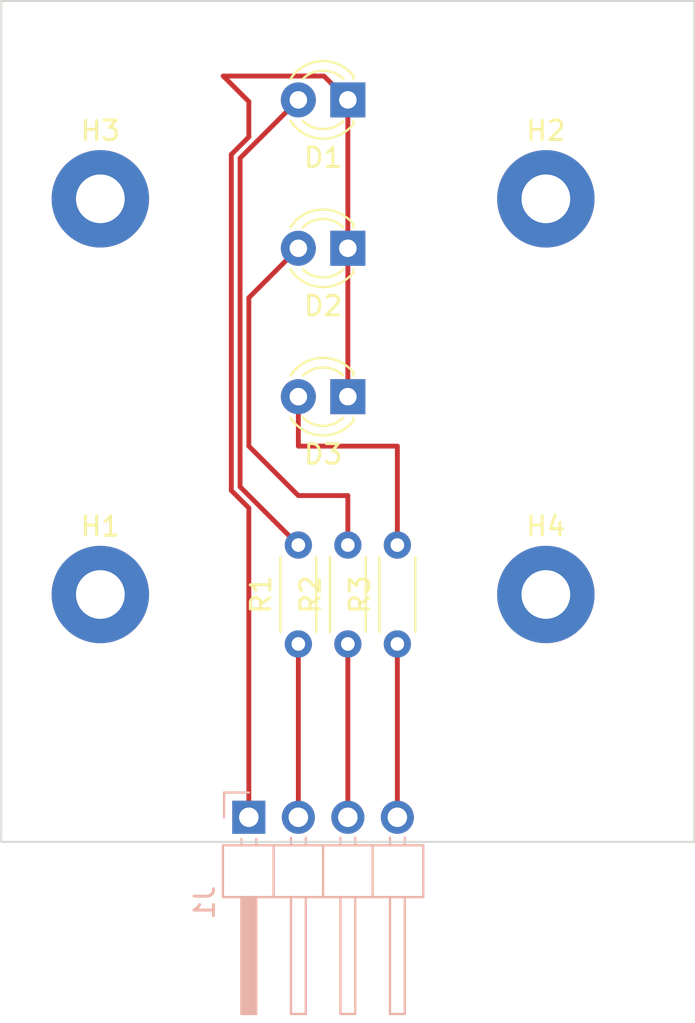
<source format=kicad_pcb>
(kicad_pcb (version 20221018) (generator pcbnew)
  (layers (0 "F.Cu" signal) (31 "B.Cu" signal) (34 "B.Paste" user) (35 "F.Paste" user) (36 "B.SilkS" user "B.Silkscreen") (37 "F.SilkS" user "F.Silkscreen") (38 "B.Mask" user) (39 "F.Mask" user) (44 "Edge.Cuts" user))
  (net 0 "")
  (net 1 "Net-(D1-K)")
  (net 2 "Net-(D1-A)")
  (net 3 "Net-(D2-A)")
  (net 4 "Net-(D3-A)")
  (net 5 "Net-(J1-Pin_2)")
  (net 6 "Net-(J1-Pin_3)")
  (net 7 "Net-(J1-Pin_4)")
  (footprint "MountingHole:MountingHole_2.5mm_Pad" (layer "F.Cu") (at 119.38 55.88)
    (fp_text reference "H3" (at 0 -3.5) (layer "F.SilkS"))
    (fp_text value "MountingHole")
    (pad "1" thru_hole circle (at 0 0) (size 5 5) (drill 2.5) (layers "*.Cu" "*.Mask"))
  )
  (footprint "MountingHole:MountingHole_2.5mm_Pad" (layer "F.Cu") (at 119.38 76.2)
    (fp_text reference "H1" (at 0 -3.5) (layer "F.SilkS"))
    (fp_text value "MountingHole")
    (pad "1" thru_hole circle (at 0 0) (size 5 5) (drill 2.5) (layers "*.Cu" "*.Mask"))
  )
  (footprint "MountingHole:MountingHole_2.5mm_Pad" (layer "F.Cu") (at 142.24 76.2)
    (fp_text reference "H4" (at 0 -3.5) (layer "F.SilkS"))
    (fp_text value "MountingHole")
    (pad "1" thru_hole circle (at 0 0) (size 5 5) (drill 2.5) (layers "*.Cu" "*.Mask"))
  )
  (footprint "LED_THT:LED_D3.0mm" (layer "F.Cu") (at 132.08 58.42 180)
    (fp_text reference "D2" (at 1.27 -2.96) (layer "F.SilkS"))
    (fp_text value "LED")
    (fp_line (start -0.29 -1.236) (end -0.29 -1.08) (stroke (width 0.12)) (layer "F.SilkS"))
    (fp_line (start -0.29 1.08) (end -0.29 1.236) (stroke (width 0.12)) (layer "F.SilkS"))
    (fp_arc (start -0.29 -1.235516) (mid 1.366487 -1.987659) (end 2.942335 -1.078608) (stroke (width 0.12)) (layer "F.SilkS"))
    (fp_arc (start 0.229039 -1.08) (mid 1.270117 -1.5) (end 2.31113 -1.079837) (stroke (width 0.12)) (layer "F.SilkS"))
    (fp_arc (start 2.31113 1.079837) (mid 1.270117 1.5) (end 0.229039 1.08) (stroke (width 0.12)) (layer "F.SilkS"))
    (fp_arc (start 2.942335 1.078608) (mid 1.366487 1.987659) (end -0.29 1.235516) (stroke (width 0.12)) (layer "F.SilkS"))
    (pad "1" thru_hole rect (at 0 0 180) (size 1.8 1.8) (drill 0.9) (layers "*.Cu" "*.Mask") (net 1 "Net-(D1-K)"))
    (pad "2" thru_hole circle (at 2.54 0 180) (size 1.8 1.8) (drill 0.9) (layers "*.Cu" "*.Mask") (net 3 "Net-(D2-A)"))
  )
  (footprint "LED_THT:LED_D3.0mm" (layer "F.Cu") (at 132.08 50.8 180)
    (fp_text reference "D1" (at 1.27 -2.96) (layer "F.SilkS"))
    (fp_text value "LED")
    (fp_line (start -0.29 -1.236) (end -0.29 -1.08) (stroke (width 0.12)) (layer "F.SilkS"))
    (fp_line (start -0.29 1.08) (end -0.29 1.236) (stroke (width 0.12)) (layer "F.SilkS"))
    (fp_arc (start -0.29 -1.235516) (mid 1.366487 -1.987659) (end 2.942335 -1.078608) (stroke (width 0.12)) (layer "F.SilkS"))
    (fp_arc (start 0.229039 -1.08) (mid 1.270117 -1.5) (end 2.31113 -1.079837) (stroke (width 0.12)) (layer "F.SilkS"))
    (fp_arc (start 2.31113 1.079837) (mid 1.270117 1.5) (end 0.229039 1.08) (stroke (width 0.12)) (layer "F.SilkS"))
    (fp_arc (start 2.942335 1.078608) (mid 1.366487 1.987659) (end -0.29 1.235516) (stroke (width 0.12)) (layer "F.SilkS"))
    (pad "1" thru_hole rect (at 0 0 180) (size 1.8 1.8) (drill 0.9) (layers "*.Cu" "*.Mask") (net 1 "Net-(D1-K)"))
    (pad "2" thru_hole circle (at 2.54 0 180) (size 1.8 1.8) (drill 0.9) (layers "*.Cu" "*.Mask") (net 2 "Net-(D1-A)"))
  )
  (footprint "Resistor_THT:R_Axial_DIN0204_L3.6mm_D1.6mm_P5.08mm_Horizontal" (layer "F.Cu") (at 134.62 78.74 90)
    (fp_text reference "R3" (at 2.54 -1.92 90) (layer "F.SilkS"))
    (fp_text value "R")
    (fp_line (start 0.62 -0.92) (end 4.46 -0.92) (stroke (width 0.12)) (layer "F.SilkS"))
    (fp_line (start 0.62 0.92) (end 4.46 0.92) (stroke (width 0.12)) (layer "F.SilkS"))
    (pad "1" thru_hole circle (at 0 0 90) (size 1.4 1.4) (drill 0.7) (layers "*.Cu" "*.Mask") (net 7 "Net-(J1-Pin_4)"))
    (pad "2" thru_hole oval (at 5.08 0 90) (size 1.4 1.4) (drill 0.7) (layers "*.Cu" "*.Mask") (net 4 "Net-(D3-A)"))
  )
  (footprint "Resistor_THT:R_Axial_DIN0204_L3.6mm_D1.6mm_P5.08mm_Horizontal" (layer "F.Cu") (at 132.08 78.74 90)
    (fp_text reference "R2" (at 2.54 -1.92 90) (layer "F.SilkS"))
    (fp_text value "R")
    (fp_line (start 0.62 -0.92) (end 4.46 -0.92) (stroke (width 0.12)) (layer "F.SilkS"))
    (fp_line (start 0.62 0.92) (end 4.46 0.92) (stroke (width 0.12)) (layer "F.SilkS"))
    (pad "1" thru_hole circle (at 0 0 90) (size 1.4 1.4) (drill 0.7) (layers "*.Cu" "*.Mask") (net 6 "Net-(J1-Pin_3)"))
    (pad "2" thru_hole oval (at 5.08 0 90) (size 1.4 1.4) (drill 0.7) (layers "*.Cu" "*.Mask") (net 3 "Net-(D2-A)"))
  )
  (footprint "MountingHole:MountingHole_2.5mm_Pad" (layer "F.Cu") (at 142.24 55.88)
    (fp_text reference "H2" (at 0 -3.5) (layer "F.SilkS"))
    (fp_text value "MountingHole")
    (pad "1" thru_hole circle (at 0 0) (size 5 5) (drill 2.5) (layers "*.Cu" "*.Mask"))
  )
  (footprint "LED_THT:LED_D3.0mm" (layer "F.Cu") (at 132.08 66.04 180)
    (fp_text reference "D3" (at 1.27 -2.96) (layer "F.SilkS"))
    (fp_text value "LED")
    (fp_line (start -0.29 -1.236) (end -0.29 -1.08) (stroke (width 0.12)) (layer "F.SilkS"))
    (fp_line (start -0.29 1.08) (end -0.29 1.236) (stroke (width 0.12)) (layer "F.SilkS"))
    (fp_arc (start -0.29 -1.235516) (mid 1.366487 -1.987659) (end 2.942335 -1.078608) (stroke (width 0.12)) (layer "F.SilkS"))
    (fp_arc (start 0.229039 -1.08) (mid 1.270117 -1.5) (end 2.31113 -1.079837) (stroke (width 0.12)) (layer "F.SilkS"))
    (fp_arc (start 2.31113 1.079837) (mid 1.270117 1.5) (end 0.229039 1.08) (stroke (width 0.12)) (layer "F.SilkS"))
    (fp_arc (start 2.942335 1.078608) (mid 1.366487 1.987659) (end -0.29 1.235516) (stroke (width 0.12)) (layer "F.SilkS"))
    (pad "1" thru_hole rect (at 0 0 180) (size 1.8 1.8) (drill 0.9) (layers "*.Cu" "*.Mask") (net 1 "Net-(D1-K)"))
    (pad "2" thru_hole circle (at 2.54 0 180) (size 1.8 1.8) (drill 0.9) (layers "*.Cu" "*.Mask") (net 4 "Net-(D3-A)"))
  )
  (footprint "Resistor_THT:R_Axial_DIN0204_L3.6mm_D1.6mm_P5.08mm_Horizontal" (layer "F.Cu") (at 129.54 78.74 90)
    (fp_text reference "R1" (at 2.54 -1.92 90) (layer "F.SilkS"))
    (fp_text value "R")
    (fp_line (start 0.62 -0.92) (end 4.46 -0.92) (stroke (width 0.12)) (layer "F.SilkS"))
    (fp_line (start 0.62 0.92) (end 4.46 0.92) (stroke (width 0.12)) (layer "F.SilkS"))
    (pad "1" thru_hole circle (at 0 0 90) (size 1.4 1.4) (drill 0.7) (layers "*.Cu" "*.Mask") (net 5 "Net-(J1-Pin_2)"))
    (pad "2" thru_hole oval (at 5.08 0 90) (size 1.4 1.4) (drill 0.7) (layers "*.Cu" "*.Mask") (net 2 "Net-(D1-A)"))
  )
  (footprint "Connector_PinHeader_2.54mm:PinHeader_1x04_P2.54mm_Horizontal" (layer "B.Cu") (at 127 87.64 -90)
    (fp_text reference "J1" (at 4.385 2.27 90) (layer "B.SilkS") (effects (justify mirror)))
    (fp_text value "Conn_01x04")
    (fp_line (start -1.27 0) (end -1.27 1.27) (stroke (width 0.12)) (layer "B.SilkS"))
    (fp_line (start -1.27 1.27) (end 0 1.27) (stroke (width 0.12)) (layer "B.SilkS"))
    (fp_line (start 1.042929 -8) (end 1.44 -8) (stroke (width 0.12)) (layer "B.SilkS"))
    (fp_line (start 1.042929 -7.24) (end 1.44 -7.24) (stroke (width 0.12)) (layer "B.SilkS"))
    (fp_line (start 1.042929 -5.46) (end 1.44 -5.46) (stroke (width 0.12)) (layer "B.SilkS"))
    (fp_line (start 1.042929 -4.7) (end 1.44 -4.7) (stroke (width 0.12)) (layer "B.SilkS"))
    (fp_line (start 1.042929 -2.92) (end 1.44 -2.92) (stroke (width 0.12)) (layer "B.SilkS"))
    (fp_line (start 1.042929 -2.16) (end 1.44 -2.16) (stroke (width 0.12)) (layer "B.SilkS"))
    (fp_line (start 1.11 -0.38) (end 1.44 -0.38) (stroke (width 0.12)) (layer "B.SilkS"))
    (fp_line (start 1.11 0.38) (end 1.44 0.38) (stroke (width 0.12)) (layer "B.SilkS"))
    (fp_line (start 1.44 -8.95) (end 4.1 -8.95) (stroke (width 0.12)) (layer "B.SilkS"))
    (fp_line (start 1.44 -6.35) (end 4.1 -6.35) (stroke (width 0.12)) (layer "B.SilkS"))
    (fp_line (start 1.44 -3.81) (end 4.1 -3.81) (stroke (width 0.12)) (layer "B.SilkS"))
    (fp_line (start 1.44 -1.27) (end 4.1 -1.27) (stroke (width 0.12)) (layer "B.SilkS"))
    (fp_line (start 1.44 1.33) (end 1.44 -8.95) (stroke (width 0.12)) (layer "B.SilkS"))
    (fp_line (start 4.1 -8.95) (end 4.1 1.33) (stroke (width 0.12)) (layer "B.SilkS"))
    (fp_line (start 4.1 -7.24) (end 10.1 -7.24) (stroke (width 0.12)) (layer "B.SilkS"))
    (fp_line (start 4.1 -4.7) (end 10.1 -4.7) (stroke (width 0.12)) (layer "B.SilkS"))
    (fp_line (start 4.1 -2.16) (end 10.1 -2.16) (stroke (width 0.12)) (layer "B.SilkS"))
    (fp_line (start 4.1 -0.28) (end 10.1 -0.28) (stroke (width 0.12)) (layer "B.SilkS"))
    (fp_line (start 4.1 -0.16) (end 10.1 -0.16) (stroke (width 0.12)) (layer "B.SilkS"))
    (fp_line (start 4.1 -0.04) (end 10.1 -0.04) (stroke (width 0.12)) (layer "B.SilkS"))
    (fp_line (start 4.1 0.08) (end 10.1 0.08) (stroke (width 0.12)) (layer "B.SilkS"))
    (fp_line (start 4.1 0.2) (end 10.1 0.2) (stroke (width 0.12)) (layer "B.SilkS"))
    (fp_line (start 4.1 0.32) (end 10.1 0.32) (stroke (width 0.12)) (layer "B.SilkS"))
    (fp_line (start 4.1 0.38) (end 10.1 0.38) (stroke (width 0.12)) (layer "B.SilkS"))
    (fp_line (start 4.1 1.33) (end 1.44 1.33) (stroke (width 0.12)) (layer "B.SilkS"))
    (fp_line (start 10.1 -8) (end 4.1 -8) (stroke (width 0.12)) (layer "B.SilkS"))
    (fp_line (start 10.1 -7.24) (end 10.1 -8) (stroke (width 0.12)) (layer "B.SilkS"))
    (fp_line (start 10.1 -5.46) (end 4.1 -5.46) (stroke (width 0.12)) (layer "B.SilkS"))
    (fp_line (start 10.1 -4.7) (end 10.1 -5.46) (stroke (width 0.12)) (layer "B.SilkS"))
    (fp_line (start 10.1 -2.92) (end 4.1 -2.92) (stroke (width 0.12)) (layer "B.SilkS"))
    (fp_line (start 10.1 -2.16) (end 10.1 -2.92) (stroke (width 0.12)) (layer "B.SilkS"))
    (fp_line (start 10.1 -0.38) (end 4.1 -0.38) (stroke (width 0.12)) (layer "B.SilkS"))
    (fp_line (start 10.1 0.38) (end 10.1 -0.38) (stroke (width 0.12)) (layer "B.SilkS"))
    (pad "1" thru_hole rect (at 0 0 270) (size 1.7 1.7) (drill 1) (layers "*.Cu" "*.Mask") (net 1 "Net-(D1-K)"))
    (pad "2" thru_hole oval (at 0 -2.54 270) (size 1.7 1.7) (drill 1) (layers "*.Cu" "*.Mask") (net 5 "Net-(J1-Pin_2)"))
    (pad "3" thru_hole oval (at 0 -5.08 270) (size 1.7 1.7) (drill 1) (layers "*.Cu" "*.Mask") (net 6 "Net-(J1-Pin_3)"))
    (pad "4" thru_hole oval (at 0 -7.62 270) (size 1.7 1.7) (drill 1) (layers "*.Cu" "*.Mask") (net 7 "Net-(J1-Pin_4)"))
  )
  (gr_line (start 114.3 45.72) (end 114.3 88.9) (stroke (width 0.1)) (layer "Edge.Cuts"))
  (gr_line (start 149.86 88.9) (end 149.86 45.72) (stroke (width 0.1)) (layer "Edge.Cuts"))
  (gr_line (start 149.86 45.72) (end 124.46 45.72) (stroke (width 0.1)) (layer "Edge.Cuts"))
  (gr_line (start 114.3 88.9) (end 149.86 88.9) (stroke (width 0.1)) (layer "Edge.Cuts"))
  (gr_line (start 124.46 45.72) (end 114.3 45.72) (stroke (width 0.1)) (layer "Edge.Cuts"))
  (segment (start 132.08 58.42) (end 132.08 66.04) (width 0.25) (layer "F.Cu") (net 1))
  (segment (start 127 50.89) (end 127 52.703604) (width 0.25) (layer "F.Cu") (net 1))
  (segment (start 127 71.756396) (end 127 87.64) (width 0.25) (layer "F.Cu") (net 1))
  (segment (start 125.685 49.575) (end 127 50.89) (width 0.25) (layer "F.Cu") (net 1))
  (segment (start 127 52.703604) (end 126.1 53.603604) (width 0.25) (layer "F.Cu") (net 1))
  (segment (start 126.1 53.603604) (end 126.1 70.856396) (width 0.25) (layer "F.Cu") (net 1))
  (segment (start 132.08 50.8) (end 130.855 49.575) (width 0.25) (layer "F.Cu") (net 1))
  (segment (start 126.1 70.856396) (end 127 71.756396) (width 0.25) (layer "F.Cu") (net 1))
  (segment (start 132.08 50.8) (end 132.08 58.42) (width 0.25) (layer "F.Cu") (net 1))
  (segment (start 130.855 49.575) (end 125.685 49.575) (width 0.25) (layer "F.Cu") (net 1))
  (segment (start 129.54 50.8) (end 126.55 53.79) (width 0.25) (layer "F.Cu") (net 2))
  (segment (start 126.55 53.79) (end 126.55 70.67) (width 0.25) (layer "F.Cu") (net 2))
  (segment (start 126.55 70.67) (end 129.54 73.66) (width 0.25) (layer "F.Cu") (net 2))
  (segment (start 127 60.96) (end 127 68.58) (width 0.25) (layer "F.Cu") (net 3))
  (segment (start 132.08 71.12) (end 132.08 73.66) (width 0.25) (layer "F.Cu") (net 3))
  (segment (start 129.54 71.12) (end 132.08 71.12) (width 0.25) (layer "F.Cu") (net 3))
  (segment (start 129.54 58.42) (end 127 60.96) (width 0.25) (layer "F.Cu") (net 3))
  (segment (start 127 68.58) (end 129.54 71.12) (width 0.25) (layer "F.Cu") (net 3))
  (segment (start 129.54 68.58) (end 134.62 68.58) (width 0.25) (layer "F.Cu") (net 4))
  (segment (start 134.62 68.58) (end 134.62 73.66) (width 0.25) (layer "F.Cu") (net 4))
  (segment (start 129.54 66.04) (end 129.54 68.58) (width 0.25) (layer "F.Cu") (net 4))
  (segment (start 129.54 78.74) (end 129.54 87.64) (width 0.25) (layer "F.Cu") (net 5))
  (segment (start 132.08 78.74) (end 132.08 87.64) (width 0.25) (layer "F.Cu") (net 6))
  (segment (start 134.62 78.74) (end 134.62 87.64) (width 0.25) (layer "F.Cu") (net 7))
)
</source>
